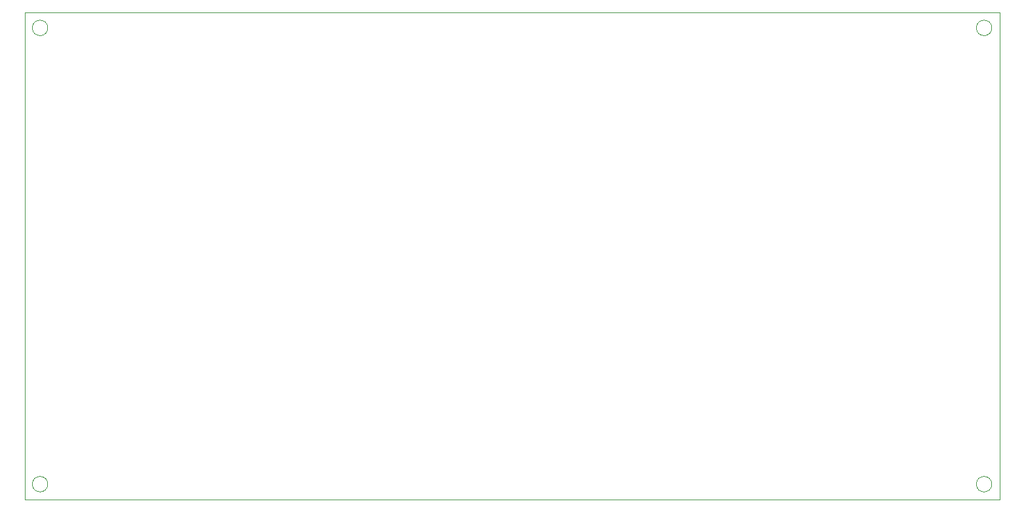
<source format=gbr>
%TF.GenerationSoftware,KiCad,Pcbnew,8.0.6-8.0.6-0~ubuntu22.04.1*%
%TF.CreationDate,2024-11-01T09:16:27+07:00*%
%TF.ProjectId,projectGATE,70726f6a-6563-4744-9741-54452e6b6963,rev?*%
%TF.SameCoordinates,Original*%
%TF.FileFunction,Paste,Bot*%
%TF.FilePolarity,Positive*%
%FSLAX46Y46*%
G04 Gerber Fmt 4.6, Leading zero omitted, Abs format (unit mm)*
G04 Created by KiCad (PCBNEW 8.0.6-8.0.6-0~ubuntu22.04.1) date 2024-11-01 09:16:27*
%MOMM*%
%LPD*%
G01*
G04 APERTURE LIST*
%TA.AperFunction,Profile*%
%ADD10C,0.050000*%
%TD*%
G04 APERTURE END LIST*
D10*
X92000000Y-129000000D02*
G75*
G02*
X90000000Y-129000000I-1000000J0D01*
G01*
X90000000Y-129000000D02*
G75*
G02*
X92000000Y-129000000I1000000J0D01*
G01*
X92000000Y-70000000D02*
G75*
G02*
X90000000Y-70000000I-1000000J0D01*
G01*
X90000000Y-70000000D02*
G75*
G02*
X92000000Y-70000000I1000000J0D01*
G01*
X214000000Y-70000000D02*
G75*
G02*
X212000000Y-70000000I-1000000J0D01*
G01*
X212000000Y-70000000D02*
G75*
G02*
X214000000Y-70000000I1000000J0D01*
G01*
X214000000Y-129000000D02*
G75*
G02*
X212000000Y-129000000I-1000000J0D01*
G01*
X212000000Y-129000000D02*
G75*
G02*
X214000000Y-129000000I1000000J0D01*
G01*
X89000000Y-68000000D02*
X215000000Y-68000000D01*
X215000000Y-131000000D01*
X89000000Y-131000000D01*
X89000000Y-68000000D01*
M02*

</source>
